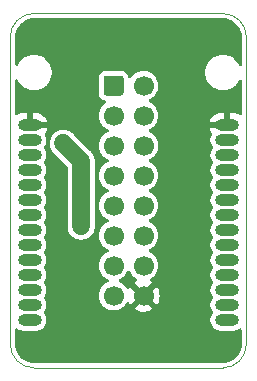
<source format=gbr>
G04 #@! TF.GenerationSoftware,KiCad,Pcbnew,6.0.10+dfsg-1~bpo11+1*
G04 #@! TF.ProjectId,project,70726f6a-6563-4742-9e6b-696361645f70,rev?*
G04 #@! TF.SameCoordinates,Original*
G04 #@! TF.FileFunction,Copper,L2,Bot*
G04 #@! TF.FilePolarity,Positive*
%FSLAX46Y46*%
G04 Gerber Fmt 4.6, Leading zero omitted, Abs format (unit mm)*
%MOMM*%
%LPD*%
G01*
G04 APERTURE LIST*
G04 #@! TA.AperFunction,Profile*
%ADD10C,0.100000*%
G04 #@! TD*
G04 #@! TA.AperFunction,ComponentPad*
%ADD11O,2.000000X1.000000*%
G04 #@! TD*
G04 #@! TA.AperFunction,ComponentPad*
%ADD12C,1.700000*%
G04 #@! TD*
G04 #@! TA.AperFunction,ViaPad*
%ADD13C,1.500000*%
G04 #@! TD*
G04 #@! TA.AperFunction,Conductor*
%ADD14C,1.500000*%
G04 #@! TD*
G04 APERTURE END LIST*
D10*
X164500000Y-130000000D02*
X180500000Y-130000000D01*
X182500000Y-128000000D02*
X182500000Y-102000000D01*
X162500000Y-102000000D02*
X162500000Y-128000000D01*
X164500000Y-100000000D02*
G75*
G03*
X162500000Y-102000000I0J-2000000D01*
G01*
X162500000Y-128000000D02*
G75*
G03*
X164500000Y-130000000I2000000J0D01*
G01*
X182500000Y-102000000D02*
G75*
G03*
X180500000Y-100000000I-2000000J0D01*
G01*
X180500000Y-100000000D02*
X164500000Y-100000000D01*
X180500000Y-130000000D02*
G75*
G03*
X182500000Y-128000000I0J2000000D01*
G01*
D11*
X164150000Y-109442500D03*
X164150000Y-110712500D03*
X164150000Y-111982500D03*
X164150000Y-113252500D03*
X164150000Y-114522500D03*
X164150000Y-115792500D03*
X164150000Y-117062500D03*
X164150000Y-118332500D03*
X164150000Y-119602500D03*
X164150000Y-120872500D03*
X164150000Y-122142500D03*
X164150000Y-123412500D03*
X164150000Y-124682500D03*
X164150000Y-125952500D03*
X180850000Y-125952500D03*
X180850000Y-124682500D03*
X180850000Y-123412500D03*
X180850000Y-122142500D03*
X180850000Y-120872500D03*
X180850000Y-119602500D03*
X180850000Y-118332500D03*
X180850000Y-117062500D03*
X180850000Y-115792500D03*
X180850000Y-114522500D03*
X180850000Y-113252500D03*
X180850000Y-111982500D03*
X180850000Y-110712500D03*
X180850000Y-109442500D03*
G04 #@! TA.AperFunction,ComponentPad*
G36*
G01*
X170397500Y-106710000D02*
X170397500Y-105510000D01*
G75*
G02*
X170647500Y-105260000I250000J0D01*
G01*
X171847500Y-105260000D01*
G75*
G02*
X172097500Y-105510000I0J-250000D01*
G01*
X172097500Y-106710000D01*
G75*
G02*
X171847500Y-106960000I-250000J0D01*
G01*
X170647500Y-106960000D01*
G75*
G02*
X170397500Y-106710000I0J250000D01*
G01*
G37*
G04 #@! TD.AperFunction*
D12*
X173787500Y-106110000D03*
X171247500Y-108650000D03*
X173787500Y-108650000D03*
X171247500Y-111190000D03*
X173787500Y-111190000D03*
X171247500Y-113730000D03*
X173787500Y-113730000D03*
X171247500Y-116270000D03*
X173787500Y-116270000D03*
X171247500Y-118810000D03*
X173787500Y-118810000D03*
X171247500Y-121350000D03*
X173787500Y-121350000D03*
X171247500Y-123890000D03*
X173787500Y-123890000D03*
D13*
X168500000Y-118000000D03*
X167000000Y-111000000D03*
D14*
X168500000Y-112500000D02*
X168500000Y-118000000D01*
X167000000Y-111000000D02*
X168500000Y-112500000D01*
G04 #@! TA.AperFunction,Conductor*
G36*
X180478274Y-100402051D02*
G01*
X180500000Y-100405492D01*
X180509793Y-100403941D01*
X180516150Y-100403941D01*
X180536131Y-100403084D01*
X180698466Y-100414695D01*
X180718642Y-100416138D01*
X180736436Y-100418696D01*
X180941826Y-100463376D01*
X180959074Y-100468440D01*
X181156015Y-100541896D01*
X181172367Y-100549364D01*
X181356847Y-100650097D01*
X181371971Y-100659817D01*
X181540239Y-100785781D01*
X181553825Y-100797554D01*
X181702446Y-100946175D01*
X181714219Y-100959761D01*
X181840183Y-101128029D01*
X181849903Y-101143153D01*
X181950636Y-101327633D01*
X181958104Y-101343985D01*
X182031560Y-101540926D01*
X182036625Y-101558176D01*
X182081304Y-101763564D01*
X182083862Y-101781358D01*
X182096916Y-101963869D01*
X182096059Y-101983850D01*
X182096059Y-101990207D01*
X182094508Y-102000000D01*
X182096059Y-102009793D01*
X182097949Y-102021726D01*
X182099500Y-102041436D01*
X182099500Y-104307915D01*
X182079498Y-104376036D01*
X182025842Y-104422529D01*
X181955568Y-104432633D01*
X181890988Y-104403139D01*
X181861737Y-104366095D01*
X181776454Y-104202268D01*
X181776453Y-104202267D01*
X181774065Y-104197679D01*
X181625917Y-104000364D01*
X181447532Y-103829896D01*
X181419212Y-103810577D01*
X181247979Y-103693770D01*
X181247980Y-103693770D01*
X181243700Y-103690851D01*
X181131798Y-103638908D01*
X181024591Y-103589144D01*
X181024587Y-103589143D01*
X181019896Y-103586965D01*
X180782129Y-103521026D01*
X180776992Y-103520477D01*
X180584043Y-103499856D01*
X180584035Y-103499856D01*
X180580708Y-103499500D01*
X180437446Y-103499500D01*
X180434873Y-103499712D01*
X180434862Y-103499712D01*
X180259240Y-103514151D01*
X180259234Y-103514152D01*
X180254089Y-103514575D01*
X180014783Y-103574684D01*
X179788507Y-103673072D01*
X179581339Y-103807095D01*
X179577514Y-103810575D01*
X179577512Y-103810577D01*
X179556281Y-103829896D01*
X179398842Y-103973154D01*
X179395643Y-103977205D01*
X179395639Y-103977209D01*
X179249119Y-104162736D01*
X179249116Y-104162741D01*
X179245918Y-104166790D01*
X179243425Y-104171306D01*
X179243423Y-104171309D01*
X179135896Y-104366095D01*
X179126673Y-104382802D01*
X179124949Y-104387671D01*
X179124947Y-104387675D01*
X179046035Y-104610515D01*
X179044309Y-104615390D01*
X179001039Y-104858306D01*
X178998025Y-105105028D01*
X179035347Y-105348930D01*
X179112003Y-105583460D01*
X179114393Y-105588051D01*
X179170824Y-105696453D01*
X179225935Y-105802321D01*
X179229038Y-105806454D01*
X179229040Y-105806457D01*
X179370978Y-105995501D01*
X179374083Y-105999636D01*
X179552468Y-106170104D01*
X179556740Y-106173018D01*
X179556741Y-106173019D01*
X179585893Y-106192905D01*
X179756300Y-106309149D01*
X179808308Y-106333290D01*
X179975409Y-106410856D01*
X179975413Y-106410857D01*
X179980104Y-106413035D01*
X180217871Y-106478974D01*
X180223008Y-106479523D01*
X180415957Y-106500144D01*
X180415965Y-106500144D01*
X180419292Y-106500500D01*
X180562554Y-106500500D01*
X180565127Y-106500288D01*
X180565138Y-106500288D01*
X180740760Y-106485849D01*
X180740766Y-106485848D01*
X180745911Y-106485425D01*
X180985217Y-106425316D01*
X181124787Y-106364629D01*
X181206744Y-106328993D01*
X181206745Y-106328993D01*
X181211493Y-106326928D01*
X181418661Y-106192905D01*
X181440516Y-106173019D01*
X181503756Y-106115475D01*
X181601158Y-106026846D01*
X181604357Y-106022795D01*
X181604361Y-106022791D01*
X181750881Y-105837264D01*
X181750884Y-105837259D01*
X181754082Y-105833210D01*
X181756577Y-105828691D01*
X181756580Y-105828686D01*
X181863191Y-105635560D01*
X181913624Y-105585589D01*
X181983067Y-105570817D01*
X182049472Y-105595933D01*
X182091757Y-105652964D01*
X182099500Y-105696453D01*
X182099500Y-108491157D01*
X182079498Y-108559278D01*
X182025842Y-108605771D01*
X181955568Y-108615875D01*
X181912799Y-108601571D01*
X181754415Y-108514498D01*
X181743142Y-108509666D01*
X181566462Y-108453620D01*
X181554468Y-108451070D01*
X181410239Y-108434893D01*
X181403215Y-108434500D01*
X181122115Y-108434500D01*
X181106876Y-108438975D01*
X181105671Y-108440365D01*
X181104000Y-108448048D01*
X181104000Y-109570500D01*
X181083998Y-109638621D01*
X181030342Y-109685114D01*
X180978000Y-109696500D01*
X179392076Y-109696500D01*
X179378545Y-109700473D01*
X179377425Y-109708268D01*
X179409138Y-109816021D01*
X179413731Y-109827389D01*
X179499607Y-109991654D01*
X179506325Y-110001921D01*
X179575641Y-110088134D01*
X179602737Y-110153756D01*
X179590053Y-110223611D01*
X179579380Y-110241145D01*
X179569733Y-110254423D01*
X179569730Y-110254428D01*
X179565849Y-110259770D01*
X179488856Y-110432697D01*
X179477115Y-110487934D01*
X179451370Y-110609057D01*
X179449500Y-110617854D01*
X179449500Y-110807146D01*
X179488856Y-110992303D01*
X179565849Y-111165230D01*
X179569729Y-111170571D01*
X179569730Y-111170572D01*
X179644467Y-111273439D01*
X179668326Y-111340307D01*
X179652245Y-111409459D01*
X179644467Y-111421561D01*
X179565849Y-111529770D01*
X179488856Y-111702697D01*
X179468560Y-111798183D01*
X179454108Y-111866177D01*
X179449500Y-111887854D01*
X179449500Y-112077146D01*
X179450872Y-112083599D01*
X179450872Y-112083603D01*
X179464497Y-112147701D01*
X179488856Y-112262303D01*
X179565849Y-112435230D01*
X179569729Y-112440571D01*
X179569730Y-112440572D01*
X179644467Y-112543439D01*
X179668326Y-112610307D01*
X179652245Y-112679459D01*
X179644467Y-112691561D01*
X179565849Y-112799770D01*
X179488856Y-112972697D01*
X179482636Y-113001960D01*
X179462253Y-113097857D01*
X179449500Y-113157854D01*
X179449500Y-113347146D01*
X179488856Y-113532303D01*
X179565849Y-113705230D01*
X179569729Y-113710571D01*
X179569730Y-113710572D01*
X179644467Y-113813439D01*
X179668326Y-113880307D01*
X179652245Y-113949459D01*
X179644467Y-113961561D01*
X179565849Y-114069770D01*
X179488856Y-114242697D01*
X179449500Y-114427854D01*
X179449500Y-114617146D01*
X179488856Y-114802303D01*
X179565849Y-114975230D01*
X179569729Y-114980571D01*
X179569730Y-114980572D01*
X179644467Y-115083439D01*
X179668326Y-115150307D01*
X179652245Y-115219459D01*
X179644467Y-115231561D01*
X179565849Y-115339770D01*
X179488856Y-115512697D01*
X179468022Y-115610712D01*
X179462253Y-115637857D01*
X179449500Y-115697854D01*
X179449500Y-115887146D01*
X179488856Y-116072303D01*
X179565849Y-116245230D01*
X179569729Y-116250571D01*
X179569730Y-116250572D01*
X179644467Y-116353439D01*
X179668326Y-116420307D01*
X179652245Y-116489459D01*
X179644467Y-116501561D01*
X179565849Y-116609770D01*
X179488856Y-116782697D01*
X179449500Y-116967854D01*
X179449500Y-117157146D01*
X179488856Y-117342303D01*
X179565849Y-117515230D01*
X179569729Y-117520571D01*
X179569730Y-117520572D01*
X179644467Y-117623439D01*
X179668326Y-117690307D01*
X179652245Y-117759459D01*
X179644467Y-117771561D01*
X179565849Y-117879770D01*
X179488856Y-118052697D01*
X179487204Y-118060470D01*
X179462253Y-118177857D01*
X179449500Y-118237854D01*
X179449500Y-118427146D01*
X179450872Y-118433599D01*
X179450872Y-118433603D01*
X179452692Y-118442164D01*
X179488856Y-118612303D01*
X179565849Y-118785230D01*
X179569729Y-118790571D01*
X179569730Y-118790572D01*
X179644467Y-118893439D01*
X179668326Y-118960307D01*
X179652245Y-119029459D01*
X179644467Y-119041561D01*
X179575654Y-119136275D01*
X179565849Y-119149770D01*
X179488856Y-119322697D01*
X179449500Y-119507854D01*
X179449500Y-119697146D01*
X179488856Y-119882303D01*
X179565849Y-120055230D01*
X179569729Y-120060571D01*
X179569730Y-120060572D01*
X179644467Y-120163439D01*
X179668326Y-120230307D01*
X179652245Y-120299459D01*
X179644467Y-120311561D01*
X179565849Y-120419770D01*
X179488856Y-120592697D01*
X179468022Y-120690712D01*
X179462253Y-120717857D01*
X179449500Y-120777854D01*
X179449500Y-120967146D01*
X179488856Y-121152303D01*
X179565849Y-121325230D01*
X179569729Y-121330571D01*
X179569730Y-121330572D01*
X179644467Y-121433439D01*
X179668326Y-121500307D01*
X179652245Y-121569459D01*
X179644467Y-121581561D01*
X179565849Y-121689770D01*
X179488856Y-121862697D01*
X179449500Y-122047854D01*
X179449500Y-122237146D01*
X179488856Y-122422303D01*
X179565849Y-122595230D01*
X179569729Y-122600571D01*
X179569730Y-122600572D01*
X179644467Y-122703439D01*
X179668326Y-122770307D01*
X179652245Y-122839459D01*
X179644467Y-122851561D01*
X179565849Y-122959770D01*
X179488856Y-123132697D01*
X179468022Y-123230712D01*
X179457047Y-123282350D01*
X179449500Y-123317854D01*
X179449500Y-123507146D01*
X179450872Y-123513599D01*
X179450872Y-123513603D01*
X179468022Y-123594288D01*
X179488856Y-123692303D01*
X179565849Y-123865230D01*
X179569729Y-123870571D01*
X179569730Y-123870572D01*
X179644467Y-123973439D01*
X179668326Y-124040307D01*
X179652245Y-124109459D01*
X179644467Y-124121561D01*
X179565849Y-124229770D01*
X179488856Y-124402697D01*
X179449500Y-124587854D01*
X179449500Y-124777146D01*
X179488856Y-124962303D01*
X179565849Y-125135230D01*
X179569729Y-125140571D01*
X179569730Y-125140572D01*
X179644467Y-125243439D01*
X179668326Y-125310307D01*
X179652245Y-125379459D01*
X179644467Y-125391561D01*
X179565849Y-125499770D01*
X179488856Y-125672697D01*
X179449500Y-125857854D01*
X179449500Y-126047146D01*
X179488856Y-126232303D01*
X179565849Y-126405230D01*
X179677112Y-126558371D01*
X179682014Y-126562784D01*
X179682015Y-126562786D01*
X179810092Y-126678107D01*
X179817784Y-126685033D01*
X179981716Y-126779679D01*
X180161744Y-126838174D01*
X180168305Y-126838864D01*
X180168307Y-126838864D01*
X180221963Y-126844503D01*
X180302808Y-126853000D01*
X181397192Y-126853000D01*
X181478037Y-126844503D01*
X181531693Y-126838864D01*
X181531695Y-126838864D01*
X181538256Y-126838174D01*
X181718284Y-126779679D01*
X181882216Y-126685033D01*
X181889186Y-126678757D01*
X181890641Y-126678059D01*
X181892467Y-126676732D01*
X181892710Y-126677066D01*
X181953192Y-126648037D01*
X182023646Y-126656799D01*
X182078179Y-126702260D01*
X182099500Y-126772390D01*
X182099500Y-127958564D01*
X182097949Y-127978274D01*
X182094508Y-128000000D01*
X182096059Y-128009793D01*
X182096059Y-128016150D01*
X182096916Y-128036131D01*
X182085305Y-128198466D01*
X182083862Y-128218642D01*
X182081304Y-128236436D01*
X182036625Y-128441824D01*
X182031560Y-128459074D01*
X181958104Y-128656015D01*
X181950636Y-128672367D01*
X181849903Y-128856847D01*
X181840183Y-128871971D01*
X181714219Y-129040239D01*
X181702446Y-129053825D01*
X181553825Y-129202446D01*
X181540239Y-129214219D01*
X181371971Y-129340183D01*
X181356847Y-129349903D01*
X181172367Y-129450636D01*
X181156015Y-129458104D01*
X180959074Y-129531560D01*
X180941826Y-129536624D01*
X180771907Y-129573588D01*
X180736436Y-129581304D01*
X180718642Y-129583862D01*
X180698466Y-129585305D01*
X180536131Y-129596916D01*
X180516150Y-129596059D01*
X180509793Y-129596059D01*
X180500000Y-129594508D01*
X180478287Y-129597947D01*
X180478274Y-129597949D01*
X180458564Y-129599500D01*
X164541436Y-129599500D01*
X164521726Y-129597949D01*
X164521714Y-129597947D01*
X164500000Y-129594508D01*
X164490207Y-129596059D01*
X164483850Y-129596059D01*
X164463869Y-129596916D01*
X164301534Y-129585305D01*
X164281358Y-129583862D01*
X164263564Y-129581304D01*
X164228093Y-129573588D01*
X164058174Y-129536624D01*
X164040926Y-129531560D01*
X163843985Y-129458104D01*
X163827633Y-129450636D01*
X163643153Y-129349903D01*
X163628029Y-129340183D01*
X163459761Y-129214219D01*
X163446175Y-129202446D01*
X163297554Y-129053825D01*
X163285781Y-129040239D01*
X163159817Y-128871971D01*
X163150097Y-128856847D01*
X163049364Y-128672367D01*
X163041896Y-128656015D01*
X162968440Y-128459074D01*
X162963375Y-128441824D01*
X162918696Y-128236436D01*
X162916138Y-128218642D01*
X162914695Y-128198466D01*
X162903084Y-128036131D01*
X162903941Y-128016150D01*
X162903941Y-128009793D01*
X162905492Y-128000000D01*
X162902051Y-127978274D01*
X162900500Y-127958564D01*
X162900500Y-126772390D01*
X162920502Y-126704269D01*
X162974158Y-126657776D01*
X163044432Y-126647672D01*
X163107268Y-126677097D01*
X163107533Y-126676732D01*
X163109425Y-126678107D01*
X163110814Y-126678757D01*
X163117784Y-126685033D01*
X163281716Y-126779679D01*
X163461744Y-126838174D01*
X163468305Y-126838864D01*
X163468307Y-126838864D01*
X163521963Y-126844503D01*
X163602808Y-126853000D01*
X164697192Y-126853000D01*
X164778037Y-126844503D01*
X164831693Y-126838864D01*
X164831695Y-126838864D01*
X164838256Y-126838174D01*
X165018284Y-126779679D01*
X165182216Y-126685033D01*
X165189908Y-126678107D01*
X165317985Y-126562786D01*
X165317986Y-126562784D01*
X165322888Y-126558371D01*
X165434151Y-126405230D01*
X165511144Y-126232303D01*
X165550500Y-126047146D01*
X165550500Y-125857854D01*
X165511144Y-125672697D01*
X165434151Y-125499770D01*
X165355533Y-125391561D01*
X165331674Y-125324693D01*
X165347755Y-125255541D01*
X165355533Y-125243439D01*
X165430270Y-125140572D01*
X165430271Y-125140571D01*
X165434151Y-125135230D01*
X165511144Y-124962303D01*
X165550500Y-124777146D01*
X165550500Y-124587854D01*
X165511144Y-124402697D01*
X165434151Y-124229770D01*
X165355533Y-124121561D01*
X165331674Y-124054693D01*
X165347755Y-123985541D01*
X165355533Y-123973439D01*
X165416155Y-123890000D01*
X169992223Y-123890000D01*
X170011293Y-124107977D01*
X170067925Y-124319330D01*
X170070247Y-124324310D01*
X170070248Y-124324312D01*
X170119123Y-124429123D01*
X170160398Y-124517638D01*
X170285902Y-124696877D01*
X170440623Y-124851598D01*
X170445131Y-124854755D01*
X170445134Y-124854757D01*
X170589497Y-124955841D01*
X170619861Y-124977102D01*
X170624843Y-124979425D01*
X170624848Y-124979428D01*
X170792200Y-125057465D01*
X170818170Y-125069575D01*
X170823478Y-125070997D01*
X170823480Y-125070998D01*
X170889245Y-125088620D01*
X171029523Y-125126207D01*
X171247500Y-125145277D01*
X171465477Y-125126207D01*
X171605755Y-125088620D01*
X171671520Y-125070998D01*
X171671522Y-125070997D01*
X171676830Y-125069575D01*
X171702800Y-125057465D01*
X171794182Y-125014853D01*
X173027477Y-125014853D01*
X173032758Y-125021907D01*
X173194256Y-125116279D01*
X173203542Y-125120729D01*
X173402501Y-125196703D01*
X173412399Y-125199579D01*
X173621095Y-125242038D01*
X173631323Y-125243257D01*
X173844150Y-125251062D01*
X173854436Y-125250595D01*
X174065685Y-125223534D01*
X174075762Y-125221392D01*
X174279755Y-125160191D01*
X174289342Y-125156433D01*
X174480598Y-125062738D01*
X174489444Y-125057465D01*
X174536747Y-125023723D01*
X174545148Y-125013023D01*
X174538160Y-124999870D01*
X173800312Y-124262022D01*
X173786368Y-124254408D01*
X173784535Y-124254539D01*
X173777920Y-124258790D01*
X173034237Y-125002473D01*
X173027477Y-125014853D01*
X171794182Y-125014853D01*
X171870152Y-124979428D01*
X171870157Y-124979425D01*
X171875139Y-124977102D01*
X171905503Y-124955841D01*
X172049866Y-124854757D01*
X172049869Y-124854755D01*
X172054377Y-124851598D01*
X172209098Y-124696877D01*
X172334602Y-124517638D01*
X172338725Y-124508798D01*
X172341955Y-124501870D01*
X172388871Y-124448585D01*
X172457148Y-124429123D01*
X172525108Y-124449664D01*
X172568615Y-124498306D01*
X172573915Y-124508798D01*
X172653960Y-124639420D01*
X172664416Y-124648880D01*
X172673194Y-124645096D01*
X173415478Y-123902812D01*
X173421856Y-123891132D01*
X174151908Y-123891132D01*
X174152039Y-123892965D01*
X174156290Y-123899580D01*
X174897974Y-124641264D01*
X174909984Y-124647823D01*
X174921723Y-124638855D01*
X174952504Y-124596019D01*
X174957815Y-124587180D01*
X175052170Y-124396267D01*
X175055969Y-124386672D01*
X175117876Y-124182915D01*
X175120055Y-124172834D01*
X175148090Y-123959887D01*
X175148609Y-123953212D01*
X175150072Y-123893364D01*
X175149878Y-123886646D01*
X175132281Y-123672604D01*
X175130596Y-123662424D01*
X175078714Y-123455875D01*
X175075394Y-123446124D01*
X174990472Y-123250814D01*
X174985605Y-123241739D01*
X174920563Y-123141197D01*
X174909877Y-123131995D01*
X174900312Y-123136398D01*
X174159522Y-123877188D01*
X174151908Y-123891132D01*
X173421856Y-123891132D01*
X173423092Y-123888868D01*
X173422961Y-123887035D01*
X173418710Y-123880420D01*
X172677349Y-123139059D01*
X172665813Y-123132759D01*
X172653531Y-123142382D01*
X172605589Y-123212662D01*
X172600504Y-123221613D01*
X172572405Y-123282148D01*
X172525581Y-123335515D01*
X172457338Y-123355096D01*
X172389342Y-123334672D01*
X172343923Y-123282350D01*
X172336925Y-123267344D01*
X172334602Y-123262362D01*
X172209098Y-123083123D01*
X172054377Y-122928402D01*
X172049869Y-122925245D01*
X172049866Y-122925243D01*
X171879648Y-122806055D01*
X171879645Y-122806053D01*
X171875139Y-122802898D01*
X171870157Y-122800575D01*
X171870152Y-122800572D01*
X171727805Y-122734195D01*
X171674520Y-122687278D01*
X171655059Y-122619000D01*
X171675601Y-122551040D01*
X171727805Y-122505805D01*
X171870152Y-122439428D01*
X171870157Y-122439425D01*
X171875139Y-122437102D01*
X171905503Y-122415841D01*
X172049866Y-122314757D01*
X172049869Y-122314755D01*
X172054377Y-122311598D01*
X172209098Y-122156877D01*
X172334602Y-121977638D01*
X172403305Y-121830305D01*
X172450223Y-121777020D01*
X172518500Y-121757559D01*
X172586460Y-121778101D01*
X172631695Y-121830305D01*
X172700398Y-121977638D01*
X172825902Y-122156877D01*
X172980623Y-122311598D01*
X172985131Y-122314755D01*
X172985134Y-122314757D01*
X173129497Y-122415841D01*
X173159861Y-122437102D01*
X173164843Y-122439425D01*
X173164848Y-122439428D01*
X173180163Y-122446569D01*
X173233448Y-122493486D01*
X173252909Y-122561764D01*
X173232367Y-122629724D01*
X173185093Y-122672527D01*
X173065966Y-122734540D01*
X173057234Y-122740039D01*
X173037177Y-122755099D01*
X173028723Y-122766427D01*
X173035468Y-122778758D01*
X173774688Y-123517978D01*
X173788632Y-123525592D01*
X173790465Y-123525461D01*
X173797080Y-123521210D01*
X174540889Y-122777401D01*
X174547910Y-122764544D01*
X174541111Y-122755213D01*
X174537054Y-122752518D01*
X174388452Y-122670485D01*
X174338482Y-122620053D01*
X174323710Y-122550610D01*
X174348826Y-122484205D01*
X174396096Y-122445982D01*
X174410152Y-122439428D01*
X174410157Y-122439425D01*
X174415139Y-122437102D01*
X174445503Y-122415841D01*
X174589866Y-122314757D01*
X174589869Y-122314755D01*
X174594377Y-122311598D01*
X174749098Y-122156877D01*
X174874602Y-121977638D01*
X174967075Y-121779330D01*
X175023707Y-121567977D01*
X175042777Y-121350000D01*
X175023707Y-121132023D01*
X174967075Y-120920670D01*
X174903558Y-120784457D01*
X174876925Y-120727343D01*
X174876923Y-120727340D01*
X174874602Y-120722362D01*
X174749098Y-120543123D01*
X174594377Y-120388402D01*
X174589869Y-120385245D01*
X174589866Y-120385243D01*
X174419648Y-120266055D01*
X174419645Y-120266053D01*
X174415139Y-120262898D01*
X174410157Y-120260575D01*
X174410152Y-120260572D01*
X174267805Y-120194195D01*
X174214520Y-120147278D01*
X174195059Y-120079000D01*
X174215601Y-120011040D01*
X174267805Y-119965805D01*
X174410152Y-119899428D01*
X174410157Y-119899425D01*
X174415139Y-119897102D01*
X174445503Y-119875841D01*
X174589866Y-119774757D01*
X174589869Y-119774755D01*
X174594377Y-119771598D01*
X174749098Y-119616877D01*
X174874602Y-119437638D01*
X174967075Y-119239330D01*
X175023707Y-119027977D01*
X175042777Y-118810000D01*
X175023707Y-118592023D01*
X174967075Y-118380670D01*
X174956108Y-118357151D01*
X174876925Y-118187343D01*
X174876923Y-118187340D01*
X174874602Y-118182362D01*
X174749098Y-118003123D01*
X174594377Y-117848402D01*
X174589869Y-117845245D01*
X174589866Y-117845243D01*
X174419648Y-117726055D01*
X174419645Y-117726053D01*
X174415139Y-117722898D01*
X174410157Y-117720575D01*
X174410152Y-117720572D01*
X174267805Y-117654195D01*
X174214520Y-117607278D01*
X174195059Y-117539000D01*
X174215601Y-117471040D01*
X174267805Y-117425805D01*
X174410152Y-117359428D01*
X174410157Y-117359425D01*
X174415139Y-117357102D01*
X174445503Y-117335841D01*
X174589866Y-117234757D01*
X174589869Y-117234755D01*
X174594377Y-117231598D01*
X174749098Y-117076877D01*
X174874602Y-116897638D01*
X174967075Y-116699330D01*
X175023707Y-116487977D01*
X175042777Y-116270000D01*
X175023707Y-116052023D01*
X174967075Y-115840670D01*
X174903558Y-115704457D01*
X174876925Y-115647343D01*
X174876923Y-115647340D01*
X174874602Y-115642362D01*
X174749098Y-115463123D01*
X174594377Y-115308402D01*
X174589869Y-115305245D01*
X174589866Y-115305243D01*
X174419648Y-115186055D01*
X174419645Y-115186053D01*
X174415139Y-115182898D01*
X174410157Y-115180575D01*
X174410152Y-115180572D01*
X174267805Y-115114195D01*
X174214520Y-115067278D01*
X174195059Y-114999000D01*
X174215601Y-114931040D01*
X174267805Y-114885805D01*
X174410152Y-114819428D01*
X174410157Y-114819425D01*
X174415139Y-114817102D01*
X174445503Y-114795841D01*
X174589866Y-114694757D01*
X174589869Y-114694755D01*
X174594377Y-114691598D01*
X174749098Y-114536877D01*
X174874602Y-114357638D01*
X174967075Y-114159330D01*
X175023707Y-113947977D01*
X175042777Y-113730000D01*
X175023707Y-113512023D01*
X174967075Y-113300670D01*
X174903558Y-113164457D01*
X174876925Y-113107343D01*
X174876923Y-113107340D01*
X174874602Y-113102362D01*
X174749098Y-112923123D01*
X174594377Y-112768402D01*
X174589869Y-112765245D01*
X174589866Y-112765243D01*
X174419648Y-112646055D01*
X174419645Y-112646053D01*
X174415139Y-112642898D01*
X174410157Y-112640575D01*
X174410152Y-112640572D01*
X174267805Y-112574195D01*
X174214520Y-112527278D01*
X174195059Y-112459000D01*
X174215601Y-112391040D01*
X174267805Y-112345805D01*
X174410152Y-112279428D01*
X174410157Y-112279425D01*
X174415139Y-112277102D01*
X174436274Y-112262303D01*
X174589866Y-112154757D01*
X174589869Y-112154755D01*
X174594377Y-112151598D01*
X174749098Y-111996877D01*
X174874602Y-111817638D01*
X174916930Y-111726867D01*
X174964752Y-111624312D01*
X174964753Y-111624310D01*
X174967075Y-111619330D01*
X174969635Y-111609778D01*
X174995817Y-111512065D01*
X175023707Y-111407977D01*
X175042777Y-111190000D01*
X175023707Y-110972023D01*
X174977045Y-110797877D01*
X174968498Y-110765980D01*
X174968497Y-110765978D01*
X174967075Y-110760670D01*
X174943305Y-110709695D01*
X174876925Y-110567343D01*
X174876923Y-110567340D01*
X174874602Y-110562362D01*
X174749098Y-110383123D01*
X174594377Y-110228402D01*
X174589869Y-110225245D01*
X174589866Y-110225243D01*
X174419648Y-110106055D01*
X174419645Y-110106053D01*
X174415139Y-110102898D01*
X174410157Y-110100575D01*
X174410152Y-110100572D01*
X174267805Y-110034195D01*
X174214520Y-109987278D01*
X174195059Y-109919000D01*
X174215601Y-109851040D01*
X174267805Y-109805805D01*
X174410152Y-109739428D01*
X174410157Y-109739425D01*
X174415139Y-109737102D01*
X174419648Y-109733945D01*
X174589866Y-109614757D01*
X174589869Y-109614755D01*
X174594377Y-109611598D01*
X174749098Y-109456877D01*
X174874602Y-109277638D01*
X174917663Y-109185295D01*
X179378544Y-109185295D01*
X179385299Y-109188500D01*
X180577885Y-109188500D01*
X180593124Y-109184025D01*
X180594329Y-109182635D01*
X180596000Y-109174952D01*
X180596000Y-108452615D01*
X180591525Y-108437376D01*
X180590135Y-108436171D01*
X180582452Y-108434500D01*
X180303343Y-108434500D01*
X180297195Y-108434801D01*
X180159397Y-108448312D01*
X180147362Y-108450695D01*
X179969924Y-108504267D01*
X179958584Y-108508941D01*
X179794923Y-108595960D01*
X179784706Y-108602749D01*
X179641067Y-108719897D01*
X179632363Y-108728541D01*
X179514216Y-108871356D01*
X179507356Y-108881527D01*
X179419196Y-109044576D01*
X179414444Y-109055881D01*
X179378750Y-109171192D01*
X179378544Y-109185295D01*
X174917663Y-109185295D01*
X174964752Y-109084312D01*
X174964753Y-109084310D01*
X174967075Y-109079330D01*
X175023707Y-108867977D01*
X175042777Y-108650000D01*
X175023707Y-108432023D01*
X174967075Y-108220670D01*
X174874602Y-108022362D01*
X174749098Y-107843123D01*
X174594377Y-107688402D01*
X174589869Y-107685245D01*
X174589866Y-107685243D01*
X174419648Y-107566055D01*
X174419645Y-107566053D01*
X174415139Y-107562898D01*
X174410157Y-107560575D01*
X174410152Y-107560572D01*
X174267805Y-107494195D01*
X174214520Y-107447278D01*
X174195059Y-107379000D01*
X174215601Y-107311040D01*
X174267805Y-107265805D01*
X174410152Y-107199428D01*
X174410157Y-107199425D01*
X174415139Y-107197102D01*
X174536870Y-107111865D01*
X174589866Y-107074757D01*
X174589869Y-107074755D01*
X174594377Y-107071598D01*
X174749098Y-106916877D01*
X174874602Y-106737638D01*
X174967075Y-106539330D01*
X174977480Y-106500500D01*
X174997625Y-106425316D01*
X175023707Y-106327977D01*
X175042777Y-106110000D01*
X175023707Y-105892023D01*
X174967075Y-105680670D01*
X174964752Y-105675688D01*
X174876925Y-105487343D01*
X174876923Y-105487340D01*
X174874602Y-105482362D01*
X174749098Y-105303123D01*
X174594377Y-105148402D01*
X174589869Y-105145245D01*
X174589866Y-105145243D01*
X174419648Y-105026055D01*
X174419645Y-105026053D01*
X174415139Y-105022898D01*
X174410157Y-105020575D01*
X174410152Y-105020572D01*
X174221812Y-104932748D01*
X174221811Y-104932747D01*
X174216830Y-104930425D01*
X174211522Y-104929003D01*
X174211520Y-104929002D01*
X174125839Y-104906044D01*
X174005477Y-104873793D01*
X173787500Y-104854723D01*
X173569523Y-104873793D01*
X173449161Y-104906044D01*
X173363480Y-104929002D01*
X173363478Y-104929003D01*
X173358170Y-104930425D01*
X173353190Y-104932747D01*
X173353188Y-104932748D01*
X173164843Y-105020575D01*
X173164840Y-105020577D01*
X173159862Y-105022898D01*
X172980623Y-105148402D01*
X172825902Y-105303123D01*
X172720873Y-105453121D01*
X172665418Y-105497449D01*
X172594798Y-105504758D01*
X172531438Y-105472728D01*
X172495452Y-105411527D01*
X172495402Y-105411297D01*
X172495098Y-105407431D01*
X172486988Y-105379514D01*
X172451456Y-105257215D01*
X172451455Y-105257214D01*
X172449244Y-105249602D01*
X172365581Y-105108135D01*
X172249365Y-104991919D01*
X172107898Y-104908256D01*
X172100286Y-104906045D01*
X172100285Y-104906044D01*
X171956254Y-104864199D01*
X171956255Y-104864199D01*
X171950069Y-104862402D01*
X171936916Y-104861367D01*
X171915653Y-104859693D01*
X171915640Y-104859692D01*
X171913194Y-104859500D01*
X170581806Y-104859500D01*
X170579360Y-104859692D01*
X170579347Y-104859693D01*
X170558084Y-104861367D01*
X170544931Y-104862402D01*
X170538745Y-104864199D01*
X170538746Y-104864199D01*
X170394715Y-104906044D01*
X170394714Y-104906045D01*
X170387102Y-104908256D01*
X170245635Y-104991919D01*
X170129419Y-105108135D01*
X170045756Y-105249602D01*
X170043545Y-105257214D01*
X170043544Y-105257215D01*
X170028896Y-105307635D01*
X169999902Y-105407431D01*
X169999397Y-105413850D01*
X169997193Y-105441847D01*
X169997192Y-105441860D01*
X169997000Y-105444306D01*
X169997000Y-106775694D01*
X169997192Y-106778140D01*
X169997193Y-106778153D01*
X169998867Y-106799416D01*
X169999902Y-106812569D01*
X170001699Y-106818754D01*
X170030207Y-106916877D01*
X170045756Y-106970398D01*
X170129419Y-107111865D01*
X170245635Y-107228081D01*
X170387102Y-107311744D01*
X170394714Y-107313955D01*
X170394715Y-107313956D01*
X170538748Y-107355802D01*
X170538751Y-107355803D01*
X170542131Y-107356785D01*
X170542132Y-107356785D01*
X170544931Y-107357598D01*
X170544780Y-107358118D01*
X170604411Y-107388131D01*
X170640504Y-107449269D01*
X170637814Y-107520214D01*
X170597195Y-107578443D01*
X170590632Y-107583365D01*
X170440623Y-107688402D01*
X170285902Y-107843123D01*
X170160398Y-108022362D01*
X170067925Y-108220670D01*
X170011293Y-108432023D01*
X169992223Y-108650000D01*
X170011293Y-108867977D01*
X170067925Y-109079330D01*
X170070247Y-109084310D01*
X170070248Y-109084312D01*
X170117338Y-109185295D01*
X170160398Y-109277638D01*
X170285902Y-109456877D01*
X170440623Y-109611598D01*
X170445131Y-109614755D01*
X170445134Y-109614757D01*
X170615352Y-109733945D01*
X170619861Y-109737102D01*
X170624843Y-109739425D01*
X170624848Y-109739428D01*
X170767195Y-109805805D01*
X170820480Y-109852722D01*
X170839941Y-109921000D01*
X170819399Y-109988960D01*
X170767195Y-110034195D01*
X170624843Y-110100575D01*
X170624840Y-110100577D01*
X170619862Y-110102898D01*
X170440623Y-110228402D01*
X170285902Y-110383123D01*
X170160398Y-110562362D01*
X170158077Y-110567340D01*
X170158075Y-110567343D01*
X170091695Y-110709695D01*
X170067925Y-110760670D01*
X170066503Y-110765978D01*
X170066502Y-110765980D01*
X170057955Y-110797877D01*
X170011293Y-110972023D01*
X169992223Y-111190000D01*
X170011293Y-111407977D01*
X170039183Y-111512065D01*
X170065366Y-111609778D01*
X170067925Y-111619330D01*
X170070247Y-111624310D01*
X170070248Y-111624312D01*
X170118071Y-111726867D01*
X170160398Y-111817638D01*
X170285902Y-111996877D01*
X170440623Y-112151598D01*
X170445131Y-112154755D01*
X170445134Y-112154757D01*
X170598726Y-112262303D01*
X170619861Y-112277102D01*
X170624843Y-112279425D01*
X170624848Y-112279428D01*
X170767195Y-112345805D01*
X170820480Y-112392722D01*
X170839941Y-112461000D01*
X170819399Y-112528960D01*
X170767195Y-112574195D01*
X170624843Y-112640575D01*
X170624840Y-112640577D01*
X170619862Y-112642898D01*
X170440623Y-112768402D01*
X170285902Y-112923123D01*
X170160398Y-113102362D01*
X170158077Y-113107340D01*
X170158075Y-113107343D01*
X170131442Y-113164457D01*
X170067925Y-113300670D01*
X170011293Y-113512023D01*
X169992223Y-113730000D01*
X170011293Y-113947977D01*
X170067925Y-114159330D01*
X170160398Y-114357638D01*
X170285902Y-114536877D01*
X170440623Y-114691598D01*
X170445131Y-114694755D01*
X170445134Y-114694757D01*
X170589497Y-114795841D01*
X170619861Y-114817102D01*
X170624843Y-114819425D01*
X170624848Y-114819428D01*
X170767195Y-114885805D01*
X170820480Y-114932722D01*
X170839941Y-115001000D01*
X170819399Y-115068960D01*
X170767195Y-115114195D01*
X170624843Y-115180575D01*
X170624840Y-115180577D01*
X170619862Y-115182898D01*
X170440623Y-115308402D01*
X170285902Y-115463123D01*
X170160398Y-115642362D01*
X170158077Y-115647340D01*
X170158075Y-115647343D01*
X170131442Y-115704457D01*
X170067925Y-115840670D01*
X170011293Y-116052023D01*
X169992223Y-116270000D01*
X170011293Y-116487977D01*
X170067925Y-116699330D01*
X170160398Y-116897638D01*
X170285902Y-117076877D01*
X170440623Y-117231598D01*
X170445131Y-117234755D01*
X170445134Y-117234757D01*
X170589497Y-117335841D01*
X170619861Y-117357102D01*
X170624843Y-117359425D01*
X170624848Y-117359428D01*
X170767195Y-117425805D01*
X170820480Y-117472722D01*
X170839941Y-117541000D01*
X170819399Y-117608960D01*
X170767195Y-117654195D01*
X170624843Y-117720575D01*
X170624840Y-117720577D01*
X170619862Y-117722898D01*
X170440623Y-117848402D01*
X170285902Y-118003123D01*
X170160398Y-118182362D01*
X170158077Y-118187340D01*
X170158075Y-118187343D01*
X170078892Y-118357151D01*
X170067925Y-118380670D01*
X170011293Y-118592023D01*
X169992223Y-118810000D01*
X170011293Y-119027977D01*
X170067925Y-119239330D01*
X170160398Y-119437638D01*
X170285902Y-119616877D01*
X170440623Y-119771598D01*
X170445131Y-119774755D01*
X170445134Y-119774757D01*
X170589497Y-119875841D01*
X170619861Y-119897102D01*
X170624843Y-119899425D01*
X170624848Y-119899428D01*
X170767195Y-119965805D01*
X170820480Y-120012722D01*
X170839941Y-120081000D01*
X170819399Y-120148960D01*
X170767195Y-120194195D01*
X170624843Y-120260575D01*
X170624840Y-120260577D01*
X170619862Y-120262898D01*
X170440623Y-120388402D01*
X170285902Y-120543123D01*
X170160398Y-120722362D01*
X170158077Y-120727340D01*
X170158075Y-120727343D01*
X170131442Y-120784457D01*
X170067925Y-120920670D01*
X170011293Y-121132023D01*
X169992223Y-121350000D01*
X170011293Y-121567977D01*
X170067925Y-121779330D01*
X170160398Y-121977638D01*
X170285902Y-122156877D01*
X170440623Y-122311598D01*
X170445131Y-122314755D01*
X170445134Y-122314757D01*
X170589497Y-122415841D01*
X170619861Y-122437102D01*
X170624843Y-122439425D01*
X170624848Y-122439428D01*
X170767195Y-122505805D01*
X170820480Y-122552722D01*
X170839941Y-122621000D01*
X170819399Y-122688960D01*
X170767195Y-122734195D01*
X170624843Y-122800575D01*
X170624840Y-122800577D01*
X170619862Y-122802898D01*
X170440623Y-122928402D01*
X170285902Y-123083123D01*
X170160398Y-123262362D01*
X170158077Y-123267340D01*
X170158075Y-123267343D01*
X170131442Y-123324457D01*
X170067925Y-123460670D01*
X170011293Y-123672023D01*
X169992223Y-123890000D01*
X165416155Y-123890000D01*
X165430270Y-123870572D01*
X165430271Y-123870571D01*
X165434151Y-123865230D01*
X165511144Y-123692303D01*
X165531978Y-123594288D01*
X165549128Y-123513603D01*
X165549128Y-123513599D01*
X165550500Y-123507146D01*
X165550500Y-123317854D01*
X165542954Y-123282350D01*
X165531978Y-123230712D01*
X165511144Y-123132697D01*
X165434151Y-122959770D01*
X165355533Y-122851561D01*
X165331674Y-122784693D01*
X165347755Y-122715541D01*
X165355533Y-122703439D01*
X165430270Y-122600572D01*
X165430271Y-122600571D01*
X165434151Y-122595230D01*
X165511144Y-122422303D01*
X165550500Y-122237146D01*
X165550500Y-122047854D01*
X165511144Y-121862697D01*
X165434151Y-121689770D01*
X165355533Y-121581561D01*
X165331674Y-121514693D01*
X165347755Y-121445541D01*
X165355533Y-121433439D01*
X165430270Y-121330572D01*
X165430271Y-121330571D01*
X165434151Y-121325230D01*
X165511144Y-121152303D01*
X165550500Y-120967146D01*
X165550500Y-120777854D01*
X165537748Y-120717857D01*
X165531978Y-120690712D01*
X165511144Y-120592697D01*
X165434151Y-120419770D01*
X165355533Y-120311561D01*
X165331674Y-120244693D01*
X165347755Y-120175541D01*
X165355533Y-120163439D01*
X165430270Y-120060572D01*
X165430271Y-120060571D01*
X165434151Y-120055230D01*
X165511144Y-119882303D01*
X165550500Y-119697146D01*
X165550500Y-119507854D01*
X165511144Y-119322697D01*
X165434151Y-119149770D01*
X165424347Y-119136275D01*
X165355533Y-119041561D01*
X165331674Y-118974693D01*
X165347755Y-118905541D01*
X165355533Y-118893439D01*
X165430270Y-118790572D01*
X165430271Y-118790571D01*
X165434151Y-118785230D01*
X165511144Y-118612303D01*
X165547308Y-118442164D01*
X165549128Y-118433603D01*
X165549128Y-118433599D01*
X165550500Y-118427146D01*
X165550500Y-118237854D01*
X165537748Y-118177857D01*
X165512796Y-118060470D01*
X165511144Y-118052697D01*
X165434151Y-117879770D01*
X165355533Y-117771561D01*
X165331674Y-117704693D01*
X165347755Y-117635541D01*
X165355533Y-117623439D01*
X165430270Y-117520572D01*
X165430271Y-117520571D01*
X165434151Y-117515230D01*
X165511144Y-117342303D01*
X165550500Y-117157146D01*
X165550500Y-116967854D01*
X165511144Y-116782697D01*
X165434151Y-116609770D01*
X165355533Y-116501561D01*
X165331674Y-116434693D01*
X165347755Y-116365541D01*
X165355533Y-116353439D01*
X165430270Y-116250572D01*
X165430271Y-116250571D01*
X165434151Y-116245230D01*
X165511144Y-116072303D01*
X165550500Y-115887146D01*
X165550500Y-115697854D01*
X165537748Y-115637857D01*
X165531978Y-115610712D01*
X165511144Y-115512697D01*
X165434151Y-115339770D01*
X165355533Y-115231561D01*
X165331674Y-115164693D01*
X165347755Y-115095541D01*
X165355533Y-115083439D01*
X165430270Y-114980572D01*
X165430271Y-114980571D01*
X165434151Y-114975230D01*
X165511144Y-114802303D01*
X165550500Y-114617146D01*
X165550500Y-114427854D01*
X165511144Y-114242697D01*
X165434151Y-114069770D01*
X165355533Y-113961561D01*
X165331674Y-113894693D01*
X165347755Y-113825541D01*
X165355533Y-113813439D01*
X165430270Y-113710572D01*
X165430271Y-113710571D01*
X165434151Y-113705230D01*
X165511144Y-113532303D01*
X165550500Y-113347146D01*
X165550500Y-113157854D01*
X165537748Y-113097857D01*
X165517364Y-113001960D01*
X165511144Y-112972697D01*
X165434151Y-112799770D01*
X165355533Y-112691561D01*
X165331674Y-112624693D01*
X165347755Y-112555541D01*
X165355533Y-112543439D01*
X165430270Y-112440572D01*
X165430271Y-112440571D01*
X165434151Y-112435230D01*
X165511144Y-112262303D01*
X165535503Y-112147701D01*
X165549128Y-112083603D01*
X165549128Y-112083599D01*
X165550500Y-112077146D01*
X165550500Y-111887854D01*
X165545893Y-111866177D01*
X165531440Y-111798183D01*
X165511144Y-111702697D01*
X165434151Y-111529770D01*
X165355533Y-111421561D01*
X165331674Y-111354693D01*
X165347755Y-111285541D01*
X165355533Y-111273439D01*
X165430270Y-111170572D01*
X165430271Y-111170571D01*
X165434151Y-111165230D01*
X165494250Y-111030246D01*
X165844967Y-111030246D01*
X165845646Y-111035979D01*
X165853466Y-111102048D01*
X165854068Y-111108606D01*
X165858796Y-111180749D01*
X165860216Y-111186341D01*
X165860218Y-111186352D01*
X165864224Y-111202123D01*
X165867229Y-111218332D01*
X165869820Y-111240227D01*
X165891263Y-111309287D01*
X165893047Y-111315613D01*
X165908544Y-111376629D01*
X165910845Y-111385690D01*
X165913260Y-111390929D01*
X165913262Y-111390934D01*
X165920077Y-111405716D01*
X165925985Y-111421107D01*
X165930810Y-111436648D01*
X165930812Y-111436654D01*
X165932523Y-111442163D01*
X165935211Y-111447272D01*
X165966187Y-111506147D01*
X165969105Y-111512065D01*
X165980049Y-111535804D01*
X165999369Y-111577714D01*
X166012099Y-111595727D01*
X166020706Y-111609771D01*
X166030976Y-111629292D01*
X166056915Y-111662195D01*
X166075738Y-111686073D01*
X166079683Y-111691357D01*
X166118071Y-111745674D01*
X166121405Y-111750391D01*
X166125539Y-111754418D01*
X166195664Y-111822731D01*
X166196837Y-111823890D01*
X167312595Y-112939648D01*
X167346621Y-113001960D01*
X167349500Y-113028743D01*
X167349500Y-117924021D01*
X167348627Y-117938831D01*
X167344967Y-117969754D01*
X167345345Y-117975520D01*
X167349230Y-118034796D01*
X167349500Y-118043037D01*
X167349500Y-118053641D01*
X167352719Y-118088669D01*
X167352973Y-118091910D01*
X167358796Y-118180749D01*
X167360220Y-118186355D01*
X167360699Y-118189381D01*
X167362819Y-118201723D01*
X167363390Y-118204803D01*
X167363919Y-118210560D01*
X167388090Y-118296264D01*
X167388925Y-118299379D01*
X167410845Y-118385690D01*
X167413263Y-118390936D01*
X167414304Y-118393875D01*
X167418652Y-118405660D01*
X167419747Y-118408513D01*
X167421314Y-118414069D01*
X167423864Y-118419240D01*
X167423866Y-118419245D01*
X167460694Y-118493923D01*
X167462114Y-118496901D01*
X167499369Y-118577714D01*
X167502704Y-118582433D01*
X167504308Y-118585211D01*
X167510647Y-118595865D01*
X167512282Y-118598533D01*
X167514835Y-118603710D01*
X167552719Y-118654442D01*
X167568098Y-118675037D01*
X167570037Y-118677706D01*
X167618068Y-118745670D01*
X167618071Y-118745674D01*
X167621405Y-118750391D01*
X167625545Y-118754425D01*
X167627569Y-118756794D01*
X167635863Y-118766252D01*
X167637898Y-118768512D01*
X167641349Y-118773133D01*
X167645586Y-118777049D01*
X167645589Y-118777053D01*
X167706716Y-118833559D01*
X167709108Y-118835829D01*
X167768722Y-118893902D01*
X167768728Y-118893907D01*
X167772865Y-118897937D01*
X167777667Y-118901146D01*
X167780069Y-118903091D01*
X167789935Y-118910868D01*
X167792376Y-118912741D01*
X167796619Y-118916663D01*
X167801504Y-118919746D01*
X167801509Y-118919749D01*
X167871917Y-118964173D01*
X167874661Y-118965955D01*
X167948677Y-119015411D01*
X167953986Y-119017692D01*
X167956784Y-119019211D01*
X167967756Y-119024984D01*
X167970565Y-119026415D01*
X167975446Y-119029495D01*
X167980810Y-119031635D01*
X168058115Y-119062476D01*
X168061161Y-119063737D01*
X168142953Y-119098878D01*
X168148579Y-119100151D01*
X168151505Y-119101102D01*
X168163578Y-119104851D01*
X168166485Y-119105712D01*
X168171840Y-119107848D01*
X168237553Y-119120919D01*
X168259145Y-119125214D01*
X168262371Y-119125900D01*
X168289675Y-119132078D01*
X168349186Y-119145544D01*
X168354963Y-119145771D01*
X168358038Y-119146176D01*
X168370445Y-119147644D01*
X168373553Y-119147971D01*
X168379225Y-119149099D01*
X168385002Y-119149175D01*
X168385005Y-119149175D01*
X168430458Y-119149770D01*
X168468215Y-119150264D01*
X168471472Y-119150349D01*
X168560470Y-119153846D01*
X168566194Y-119153016D01*
X168569337Y-119152851D01*
X168581687Y-119152042D01*
X168584874Y-119151791D01*
X168590654Y-119151867D01*
X168678415Y-119136787D01*
X168681631Y-119136278D01*
X168705658Y-119132794D01*
X168764016Y-119124333D01*
X168764022Y-119124332D01*
X168769730Y-119123504D01*
X168775194Y-119121649D01*
X168778236Y-119120919D01*
X168790336Y-119117846D01*
X168793355Y-119117037D01*
X168799047Y-119116059D01*
X168804461Y-119114061D01*
X168804467Y-119114060D01*
X168882574Y-119085244D01*
X168885684Y-119084143D01*
X168969955Y-119055537D01*
X168974991Y-119052717D01*
X168977834Y-119051451D01*
X168989212Y-119046206D01*
X168992015Y-119044869D01*
X168997425Y-119042873D01*
X169073915Y-118997366D01*
X169076772Y-118995716D01*
X169149407Y-118955039D01*
X169149409Y-118955037D01*
X169154442Y-118952219D01*
X169158880Y-118948528D01*
X169161480Y-118946741D01*
X169171638Y-118939562D01*
X169174179Y-118937716D01*
X169179144Y-118934762D01*
X169246097Y-118876046D01*
X169248580Y-118873926D01*
X169317012Y-118817012D01*
X169320704Y-118812573D01*
X169322866Y-118810411D01*
X169331641Y-118801403D01*
X169333772Y-118799157D01*
X169338119Y-118795345D01*
X169393241Y-118725423D01*
X169395279Y-118722905D01*
X169452219Y-118654442D01*
X169455042Y-118649401D01*
X169456825Y-118646807D01*
X169463729Y-118636475D01*
X169465448Y-118633829D01*
X169469024Y-118629292D01*
X169474785Y-118618342D01*
X169510465Y-118550527D01*
X169512038Y-118547629D01*
X169552715Y-118474994D01*
X169555537Y-118469955D01*
X169557394Y-118464483D01*
X169558681Y-118461593D01*
X169563588Y-118450171D01*
X169564786Y-118447279D01*
X169567477Y-118442164D01*
X169585013Y-118385690D01*
X169593875Y-118357151D01*
X169594893Y-118354016D01*
X169613434Y-118299396D01*
X169623504Y-118269730D01*
X169624333Y-118264014D01*
X169625070Y-118260943D01*
X169627804Y-118248863D01*
X169628467Y-118245743D01*
X169630180Y-118240227D01*
X169640643Y-118151824D01*
X169641073Y-118148558D01*
X169653314Y-118064140D01*
X169653314Y-118064137D01*
X169653846Y-118060470D01*
X169655429Y-118000000D01*
X169651029Y-117952116D01*
X169650500Y-117940587D01*
X169650500Y-112543037D01*
X169650770Y-112534796D01*
X169655033Y-112469754D01*
X169644564Y-112381309D01*
X169644222Y-112378043D01*
X169636610Y-112295194D01*
X169636609Y-112295191D01*
X169636081Y-112289440D01*
X169634512Y-112283878D01*
X169633949Y-112280839D01*
X169631499Y-112268519D01*
X169630858Y-112265506D01*
X169630180Y-112259773D01*
X169628466Y-112254252D01*
X169603795Y-112174799D01*
X169602858Y-112171636D01*
X169580256Y-112091493D01*
X169580251Y-112091479D01*
X169578686Y-112085931D01*
X169576134Y-112080756D01*
X169575025Y-112077867D01*
X169570389Y-112066248D01*
X169569190Y-112063354D01*
X169567477Y-112057837D01*
X169526033Y-111979064D01*
X169524539Y-111976133D01*
X169487723Y-111901476D01*
X169487720Y-111901471D01*
X169485165Y-111896290D01*
X169481707Y-111891659D01*
X169480056Y-111888965D01*
X169473379Y-111878382D01*
X169471708Y-111875809D01*
X169469024Y-111870708D01*
X169413902Y-111800785D01*
X169411905Y-111798183D01*
X169362104Y-111731491D01*
X169362103Y-111731490D01*
X169358651Y-111726867D01*
X169297878Y-111670689D01*
X169294313Y-111667260D01*
X167879032Y-110251980D01*
X167867169Y-110238274D01*
X167862104Y-110231491D01*
X167862103Y-110231490D01*
X167858651Y-110226867D01*
X167797865Y-110170677D01*
X167794300Y-110167248D01*
X167775596Y-110148544D01*
X167761428Y-110136761D01*
X167756469Y-110132412D01*
X167703381Y-110083337D01*
X167684721Y-110071564D01*
X167671394Y-110061880D01*
X167654442Y-110047781D01*
X167649408Y-110044962D01*
X167649404Y-110044959D01*
X167591373Y-110012460D01*
X167585705Y-110009088D01*
X167574346Y-110001921D01*
X167524554Y-109970505D01*
X167504065Y-109962330D01*
X167489192Y-109955236D01*
X167486615Y-109953793D01*
X167469955Y-109944463D01*
X167464493Y-109942609D01*
X167464491Y-109942608D01*
X167401494Y-109921223D01*
X167395326Y-109918948D01*
X167328160Y-109892152D01*
X167322501Y-109891026D01*
X167322500Y-109891026D01*
X167306528Y-109887849D01*
X167290612Y-109883584D01*
X167275199Y-109878352D01*
X167275191Y-109878350D01*
X167269729Y-109876496D01*
X167211198Y-109868009D01*
X167198177Y-109866121D01*
X167191677Y-109865004D01*
X167126443Y-109852028D01*
X167126438Y-109852028D01*
X167120775Y-109850901D01*
X167114999Y-109850825D01*
X167114996Y-109850825D01*
X167098728Y-109850612D01*
X167082302Y-109849319D01*
X167066188Y-109846983D01*
X167060470Y-109846154D01*
X166988204Y-109848993D01*
X166981629Y-109849079D01*
X166909346Y-109848133D01*
X166903649Y-109849112D01*
X166903648Y-109849112D01*
X166887615Y-109851867D01*
X166871225Y-109853590D01*
X166854962Y-109854229D01*
X166854961Y-109854229D01*
X166849187Y-109854456D01*
X166797634Y-109866121D01*
X166778679Y-109870410D01*
X166772210Y-109871697D01*
X166706643Y-109882963D01*
X166706640Y-109882964D01*
X166700953Y-109883941D01*
X166695537Y-109885939D01*
X166680265Y-109891573D01*
X166664470Y-109896252D01*
X166642953Y-109901121D01*
X166596684Y-109921000D01*
X166576513Y-109929666D01*
X166570393Y-109932107D01*
X166563303Y-109934723D01*
X166507990Y-109955129D01*
X166507988Y-109955130D01*
X166502575Y-109957127D01*
X166497616Y-109960077D01*
X166497608Y-109960081D01*
X166483619Y-109968403D01*
X166468941Y-109975882D01*
X166453986Y-109982308D01*
X166448677Y-109984589D01*
X166443877Y-109987796D01*
X166443872Y-109987799D01*
X166388561Y-110024757D01*
X166382981Y-110028278D01*
X166325817Y-110062286D01*
X166325813Y-110062289D01*
X166320856Y-110065238D01*
X166304272Y-110079782D01*
X166291206Y-110089807D01*
X166281524Y-110096277D01*
X166272865Y-110102063D01*
X166268728Y-110106093D01*
X166268723Y-110106097D01*
X166221074Y-110152513D01*
X166216234Y-110156988D01*
X166161881Y-110204655D01*
X166158303Y-110209194D01*
X166158299Y-110209198D01*
X166148229Y-110221972D01*
X166137202Y-110234219D01*
X166125551Y-110245569D01*
X166125545Y-110245576D01*
X166121405Y-110249609D01*
X166079657Y-110308680D01*
X166075749Y-110313914D01*
X166030976Y-110370708D01*
X166024444Y-110383123D01*
X166020708Y-110390224D01*
X166012100Y-110404271D01*
X165999369Y-110422285D01*
X165996949Y-110427533D01*
X165996948Y-110427536D01*
X165969105Y-110487934D01*
X165966189Y-110493848D01*
X165932523Y-110557836D01*
X165930809Y-110563356D01*
X165925982Y-110578901D01*
X165920076Y-110594286D01*
X165913266Y-110609057D01*
X165913264Y-110609063D01*
X165910845Y-110614310D01*
X165909423Y-110619910D01*
X165909421Y-110619915D01*
X165893051Y-110684374D01*
X165891260Y-110690724D01*
X165871533Y-110754253D01*
X165871531Y-110754263D01*
X165869820Y-110759773D01*
X165869142Y-110765505D01*
X165869141Y-110765508D01*
X165867229Y-110781667D01*
X165864224Y-110797877D01*
X165860218Y-110813648D01*
X165860216Y-110813659D01*
X165858796Y-110819251D01*
X165858418Y-110825012D01*
X165858418Y-110825015D01*
X165854069Y-110891381D01*
X165853468Y-110897935D01*
X165844967Y-110969754D01*
X165845345Y-110975522D01*
X165846409Y-110991762D01*
X165846409Y-111008238D01*
X165844967Y-111030246D01*
X165494250Y-111030246D01*
X165511144Y-110992303D01*
X165550500Y-110807146D01*
X165550500Y-110617854D01*
X165548631Y-110609057D01*
X165522885Y-110487934D01*
X165511144Y-110432697D01*
X165483544Y-110370708D01*
X165436839Y-110265806D01*
X165436837Y-110265802D01*
X165434151Y-110259770D01*
X165420533Y-110241026D01*
X165396676Y-110174158D01*
X165412758Y-110105006D01*
X165425386Y-110086652D01*
X165485784Y-110013644D01*
X165492644Y-110003473D01*
X165580804Y-109840424D01*
X165585556Y-109829119D01*
X165621250Y-109713808D01*
X165621456Y-109699705D01*
X165614701Y-109696500D01*
X164022000Y-109696500D01*
X163953879Y-109676498D01*
X163907386Y-109622842D01*
X163896000Y-109570500D01*
X163896000Y-109170385D01*
X164404000Y-109170385D01*
X164408475Y-109185624D01*
X164409865Y-109186829D01*
X164417548Y-109188500D01*
X165607924Y-109188500D01*
X165621455Y-109184527D01*
X165622575Y-109176732D01*
X165590862Y-109068979D01*
X165586269Y-109057611D01*
X165500393Y-108893346D01*
X165493679Y-108883085D01*
X165377532Y-108738627D01*
X165368954Y-108729868D01*
X165226961Y-108610722D01*
X165216841Y-108603792D01*
X165054415Y-108514498D01*
X165043142Y-108509666D01*
X164866462Y-108453620D01*
X164854468Y-108451070D01*
X164710239Y-108434893D01*
X164703215Y-108434500D01*
X164422115Y-108434500D01*
X164406876Y-108438975D01*
X164405671Y-108440365D01*
X164404000Y-108448048D01*
X164404000Y-109170385D01*
X163896000Y-109170385D01*
X163896000Y-108452615D01*
X163891525Y-108437376D01*
X163890135Y-108436171D01*
X163882452Y-108434500D01*
X163603343Y-108434500D01*
X163597195Y-108434801D01*
X163459397Y-108448312D01*
X163447362Y-108450695D01*
X163269924Y-108504267D01*
X163258584Y-108508941D01*
X163089482Y-108598853D01*
X163088721Y-108597422D01*
X163028420Y-108616130D01*
X162960002Y-108597168D01*
X162912697Y-108544227D01*
X162900500Y-108490145D01*
X162900500Y-105692085D01*
X162920502Y-105623964D01*
X162974158Y-105577471D01*
X163044432Y-105567367D01*
X163109012Y-105596861D01*
X163138263Y-105633905D01*
X163170824Y-105696453D01*
X163225935Y-105802321D01*
X163229038Y-105806454D01*
X163229040Y-105806457D01*
X163370978Y-105995501D01*
X163374083Y-105999636D01*
X163552468Y-106170104D01*
X163556740Y-106173018D01*
X163556741Y-106173019D01*
X163585893Y-106192905D01*
X163756300Y-106309149D01*
X163808308Y-106333290D01*
X163975409Y-106410856D01*
X163975413Y-106410857D01*
X163980104Y-106413035D01*
X164217871Y-106478974D01*
X164223008Y-106479523D01*
X164415957Y-106500144D01*
X164415965Y-106500144D01*
X164419292Y-106500500D01*
X164562554Y-106500500D01*
X164565127Y-106500288D01*
X164565138Y-106500288D01*
X164740760Y-106485849D01*
X164740766Y-106485848D01*
X164745911Y-106485425D01*
X164985217Y-106425316D01*
X165124787Y-106364629D01*
X165206744Y-106328993D01*
X165206745Y-106328993D01*
X165211493Y-106326928D01*
X165418661Y-106192905D01*
X165440516Y-106173019D01*
X165503756Y-106115475D01*
X165601158Y-106026846D01*
X165604357Y-106022795D01*
X165604361Y-106022791D01*
X165750881Y-105837264D01*
X165750884Y-105837259D01*
X165754082Y-105833210D01*
X165756577Y-105828691D01*
X165870830Y-105621722D01*
X165870832Y-105621718D01*
X165873327Y-105617198D01*
X165880858Y-105595933D01*
X165953965Y-105389485D01*
X165953966Y-105389481D01*
X165955691Y-105384610D01*
X165962957Y-105343818D01*
X165998055Y-105146783D01*
X165998056Y-105146777D01*
X165998961Y-105141694D01*
X166001559Y-104929002D01*
X166001912Y-104900142D01*
X166001912Y-104900140D01*
X166001975Y-104894972D01*
X165964653Y-104651070D01*
X165887997Y-104416540D01*
X165831450Y-104307915D01*
X165776454Y-104202268D01*
X165776453Y-104202267D01*
X165774065Y-104197679D01*
X165625917Y-104000364D01*
X165447532Y-103829896D01*
X165419212Y-103810577D01*
X165247979Y-103693770D01*
X165247980Y-103693770D01*
X165243700Y-103690851D01*
X165131798Y-103638908D01*
X165024591Y-103589144D01*
X165024587Y-103589143D01*
X165019896Y-103586965D01*
X164782129Y-103521026D01*
X164776992Y-103520477D01*
X164584043Y-103499856D01*
X164584035Y-103499856D01*
X164580708Y-103499500D01*
X164437446Y-103499500D01*
X164434873Y-103499712D01*
X164434862Y-103499712D01*
X164259240Y-103514151D01*
X164259234Y-103514152D01*
X164254089Y-103514575D01*
X164014783Y-103574684D01*
X163788507Y-103673072D01*
X163581339Y-103807095D01*
X163577514Y-103810575D01*
X163577512Y-103810577D01*
X163556281Y-103829896D01*
X163398842Y-103973154D01*
X163395643Y-103977205D01*
X163395639Y-103977209D01*
X163249119Y-104162736D01*
X163249116Y-104162741D01*
X163245918Y-104166790D01*
X163243424Y-104171308D01*
X163243420Y-104171314D01*
X163136809Y-104364440D01*
X163086376Y-104414411D01*
X163016933Y-104429183D01*
X162950528Y-104404067D01*
X162908243Y-104347036D01*
X162900500Y-104303547D01*
X162900500Y-102041436D01*
X162902051Y-102021726D01*
X162903941Y-102009793D01*
X162905492Y-102000000D01*
X162903941Y-101990207D01*
X162903941Y-101983850D01*
X162903084Y-101963869D01*
X162916138Y-101781358D01*
X162918696Y-101763564D01*
X162963375Y-101558176D01*
X162968440Y-101540926D01*
X163041896Y-101343985D01*
X163049364Y-101327633D01*
X163150097Y-101143153D01*
X163159817Y-101128029D01*
X163285781Y-100959761D01*
X163297554Y-100946175D01*
X163446175Y-100797554D01*
X163459761Y-100785781D01*
X163628029Y-100659817D01*
X163643153Y-100650097D01*
X163827633Y-100549364D01*
X163843985Y-100541896D01*
X164040926Y-100468440D01*
X164058174Y-100463376D01*
X164263564Y-100418696D01*
X164281358Y-100416138D01*
X164301534Y-100414695D01*
X164463869Y-100403084D01*
X164483850Y-100403941D01*
X164490207Y-100403941D01*
X164500000Y-100405492D01*
X164521726Y-100402051D01*
X164541436Y-100400500D01*
X180458564Y-100400500D01*
X180478274Y-100402051D01*
G37*
G04 #@! TD.AperFunction*
M02*

</source>
